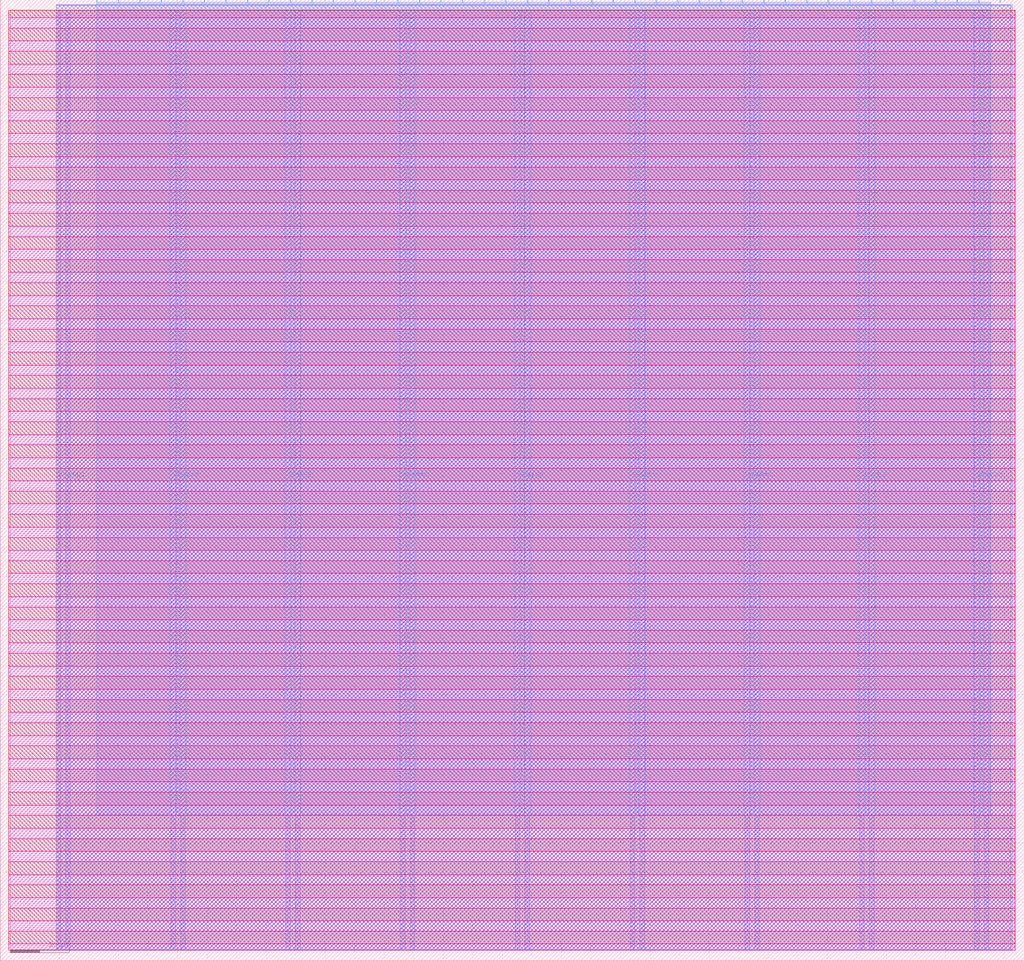
<source format=lef>
VERSION 5.7 ;
  NOWIREEXTENSIONATPIN ON ;
  DIVIDERCHAR "/" ;
  BUSBITCHARS "[]" ;
MACRO tt_um_thezoq2_quickscope
  CLASS BLOCK ;
  FOREIGN tt_um_thezoq2_quickscope ;
  ORIGIN 0.000 0.000 ;
  SIZE 346.640 BY 325.360 ;
  PIN VGND
    DIRECTION INOUT ;
    USE GROUND ;
    PORT
      LAYER Metal4 ;
        RECT 22.180 3.620 23.780 321.740 ;
    END
    PORT
      LAYER Metal4 ;
        RECT 61.050 3.620 62.650 321.740 ;
    END
    PORT
      LAYER Metal4 ;
        RECT 99.920 3.620 101.520 321.740 ;
    END
    PORT
      LAYER Metal4 ;
        RECT 138.790 3.620 140.390 321.740 ;
    END
    PORT
      LAYER Metal4 ;
        RECT 177.660 3.620 179.260 321.740 ;
    END
    PORT
      LAYER Metal4 ;
        RECT 216.530 3.620 218.130 321.740 ;
    END
    PORT
      LAYER Metal4 ;
        RECT 255.400 3.620 257.000 321.740 ;
    END
    PORT
      LAYER Metal4 ;
        RECT 294.270 3.620 295.870 321.740 ;
    END
    PORT
      LAYER Metal4 ;
        RECT 333.140 3.620 334.740 321.740 ;
    END
  END VGND
  PIN VPWR
    DIRECTION INOUT ;
    USE POWER ;
    PORT
      LAYER Metal4 ;
        RECT 18.880 3.620 20.480 321.740 ;
    END
    PORT
      LAYER Metal4 ;
        RECT 57.750 3.620 59.350 321.740 ;
    END
    PORT
      LAYER Metal4 ;
        RECT 96.620 3.620 98.220 321.740 ;
    END
    PORT
      LAYER Metal4 ;
        RECT 135.490 3.620 137.090 321.740 ;
    END
    PORT
      LAYER Metal4 ;
        RECT 174.360 3.620 175.960 321.740 ;
    END
    PORT
      LAYER Metal4 ;
        RECT 213.230 3.620 214.830 321.740 ;
    END
    PORT
      LAYER Metal4 ;
        RECT 252.100 3.620 253.700 321.740 ;
    END
    PORT
      LAYER Metal4 ;
        RECT 290.970 3.620 292.570 321.740 ;
    END
    PORT
      LAYER Metal4 ;
        RECT 329.840 3.620 331.440 321.740 ;
    END
  END VPWR
  PIN clk
    DIRECTION INPUT ;
    USE SIGNAL ;
    ANTENNAGATEAREA 4.738000 ;
    PORT
      LAYER Metal4 ;
        RECT 331.090 324.360 331.390 325.360 ;
    END
  END clk
  PIN ena
    DIRECTION INPUT ;
    USE SIGNAL ;
    PORT
      LAYER Metal4 ;
        RECT 338.370 324.360 338.670 325.360 ;
    END
  END ena
  PIN rst_n
    DIRECTION INPUT ;
    USE SIGNAL ;
    ANTENNAGATEAREA 1.102000 ;
    PORT
      LAYER Metal4 ;
        RECT 323.810 324.360 324.110 325.360 ;
    END
  END rst_n
  PIN ui_in[0]
    DIRECTION INPUT ;
    USE SIGNAL ;
    ANTENNAGATEAREA 0.726000 ;
    PORT
      LAYER Metal4 ;
        RECT 316.530 324.360 316.830 325.360 ;
    END
  END ui_in[0]
  PIN ui_in[1]
    DIRECTION INPUT ;
    USE SIGNAL ;
    ANTENNAGATEAREA 0.396000 ;
    PORT
      LAYER Metal4 ;
        RECT 309.250 324.360 309.550 325.360 ;
    END
  END ui_in[1]
  PIN ui_in[2]
    DIRECTION INPUT ;
    USE SIGNAL ;
    ANTENNAGATEAREA 0.396000 ;
    PORT
      LAYER Metal4 ;
        RECT 301.970 324.360 302.270 325.360 ;
    END
  END ui_in[2]
  PIN ui_in[3]
    DIRECTION INPUT ;
    USE SIGNAL ;
    ANTENNAGATEAREA 0.396000 ;
    PORT
      LAYER Metal4 ;
        RECT 294.690 324.360 294.990 325.360 ;
    END
  END ui_in[3]
  PIN ui_in[4]
    DIRECTION INPUT ;
    USE SIGNAL ;
    ANTENNAGATEAREA 0.396000 ;
    PORT
      LAYER Metal4 ;
        RECT 287.410 324.360 287.710 325.360 ;
    END
  END ui_in[4]
  PIN ui_in[5]
    DIRECTION INPUT ;
    USE SIGNAL ;
    ANTENNAGATEAREA 0.396000 ;
    PORT
      LAYER Metal4 ;
        RECT 280.130 324.360 280.430 325.360 ;
    END
  END ui_in[5]
  PIN ui_in[6]
    DIRECTION INPUT ;
    USE SIGNAL ;
    ANTENNAGATEAREA 0.498500 ;
    PORT
      LAYER Metal4 ;
        RECT 272.850 324.360 273.150 325.360 ;
    END
  END ui_in[6]
  PIN ui_in[7]
    DIRECTION INPUT ;
    USE SIGNAL ;
    ANTENNAGATEAREA 0.741000 ;
    PORT
      LAYER Metal4 ;
        RECT 265.570 324.360 265.870 325.360 ;
    END
  END ui_in[7]
  PIN uio_in[0]
    DIRECTION INPUT ;
    USE SIGNAL ;
    ANTENNAGATEAREA 0.498500 ;
    PORT
      LAYER Metal4 ;
        RECT 258.290 324.360 258.590 325.360 ;
    END
  END uio_in[0]
  PIN uio_in[1]
    DIRECTION INPUT ;
    USE SIGNAL ;
    ANTENNAGATEAREA 0.498500 ;
    PORT
      LAYER Metal4 ;
        RECT 251.010 324.360 251.310 325.360 ;
    END
  END uio_in[1]
  PIN uio_in[2]
    DIRECTION INPUT ;
    USE SIGNAL ;
    ANTENNAGATEAREA 0.741000 ;
    PORT
      LAYER Metal4 ;
        RECT 243.730 324.360 244.030 325.360 ;
    END
  END uio_in[2]
  PIN uio_in[3]
    DIRECTION INPUT ;
    USE SIGNAL ;
    ANTENNAGATEAREA 0.498500 ;
    PORT
      LAYER Metal4 ;
        RECT 236.450 324.360 236.750 325.360 ;
    END
  END uio_in[3]
  PIN uio_in[4]
    DIRECTION INPUT ;
    USE SIGNAL ;
    ANTENNAGATEAREA 0.396000 ;
    PORT
      LAYER Metal4 ;
        RECT 229.170 324.360 229.470 325.360 ;
    END
  END uio_in[4]
  PIN uio_in[5]
    DIRECTION INPUT ;
    USE SIGNAL ;
    ANTENNAGATEAREA 0.396000 ;
    PORT
      LAYER Metal4 ;
        RECT 221.890 324.360 222.190 325.360 ;
    END
  END uio_in[5]
  PIN uio_in[6]
    DIRECTION INPUT ;
    USE SIGNAL ;
    ANTENNAGATEAREA 0.396000 ;
    PORT
      LAYER Metal4 ;
        RECT 214.610 324.360 214.910 325.360 ;
    END
  END uio_in[6]
  PIN uio_in[7]
    DIRECTION INPUT ;
    USE SIGNAL ;
    ANTENNAGATEAREA 0.396000 ;
    PORT
      LAYER Metal4 ;
        RECT 207.330 324.360 207.630 325.360 ;
    END
  END uio_in[7]
  PIN uio_oe[0]
    DIRECTION OUTPUT ;
    USE SIGNAL ;
    ANTENNADIFFAREA 0.360800 ;
    PORT
      LAYER Metal4 ;
        RECT 83.570 324.360 83.870 325.360 ;
    END
  END uio_oe[0]
  PIN uio_oe[1]
    DIRECTION OUTPUT ;
    USE SIGNAL ;
    ANTENNADIFFAREA 0.360800 ;
    PORT
      LAYER Metal4 ;
        RECT 76.290 324.360 76.590 325.360 ;
    END
  END uio_oe[1]
  PIN uio_oe[2]
    DIRECTION OUTPUT ;
    USE SIGNAL ;
    ANTENNADIFFAREA 0.360800 ;
    PORT
      LAYER Metal4 ;
        RECT 69.010 324.360 69.310 325.360 ;
    END
  END uio_oe[2]
  PIN uio_oe[3]
    DIRECTION OUTPUT ;
    USE SIGNAL ;
    ANTENNADIFFAREA 0.360800 ;
    PORT
      LAYER Metal4 ;
        RECT 61.730 324.360 62.030 325.360 ;
    END
  END uio_oe[3]
  PIN uio_oe[4]
    DIRECTION OUTPUT ;
    USE SIGNAL ;
    ANTENNADIFFAREA 0.360800 ;
    PORT
      LAYER Metal4 ;
        RECT 54.450 324.360 54.750 325.360 ;
    END
  END uio_oe[4]
  PIN uio_oe[5]
    DIRECTION OUTPUT ;
    USE SIGNAL ;
    ANTENNADIFFAREA 0.360800 ;
    PORT
      LAYER Metal4 ;
        RECT 47.170 324.360 47.470 325.360 ;
    END
  END uio_oe[5]
  PIN uio_oe[6]
    DIRECTION OUTPUT ;
    USE SIGNAL ;
    ANTENNADIFFAREA 0.360800 ;
    PORT
      LAYER Metal4 ;
        RECT 39.890 324.360 40.190 325.360 ;
    END
  END uio_oe[6]
  PIN uio_oe[7]
    DIRECTION OUTPUT ;
    USE SIGNAL ;
    ANTENNADIFFAREA 0.360800 ;
    PORT
      LAYER Metal4 ;
        RECT 32.610 324.360 32.910 325.360 ;
    END
  END uio_oe[7]
  PIN uio_out[0]
    DIRECTION OUTPUT ;
    USE SIGNAL ;
    ANTENNADIFFAREA 0.360800 ;
    PORT
      LAYER Metal4 ;
        RECT 141.810 324.360 142.110 325.360 ;
    END
  END uio_out[0]
  PIN uio_out[1]
    DIRECTION OUTPUT ;
    USE SIGNAL ;
    ANTENNADIFFAREA 0.360800 ;
    PORT
      LAYER Metal4 ;
        RECT 134.530 324.360 134.830 325.360 ;
    END
  END uio_out[1]
  PIN uio_out[2]
    DIRECTION OUTPUT ;
    USE SIGNAL ;
    ANTENNADIFFAREA 0.360800 ;
    PORT
      LAYER Metal4 ;
        RECT 127.250 324.360 127.550 325.360 ;
    END
  END uio_out[2]
  PIN uio_out[3]
    DIRECTION OUTPUT ;
    USE SIGNAL ;
    ANTENNADIFFAREA 0.360800 ;
    PORT
      LAYER Metal4 ;
        RECT 119.970 324.360 120.270 325.360 ;
    END
  END uio_out[3]
  PIN uio_out[4]
    DIRECTION OUTPUT ;
    USE SIGNAL ;
    ANTENNADIFFAREA 0.360800 ;
    PORT
      LAYER Metal4 ;
        RECT 112.690 324.360 112.990 325.360 ;
    END
  END uio_out[4]
  PIN uio_out[5]
    DIRECTION OUTPUT ;
    USE SIGNAL ;
    ANTENNADIFFAREA 0.360800 ;
    PORT
      LAYER Metal4 ;
        RECT 105.410 324.360 105.710 325.360 ;
    END
  END uio_out[5]
  PIN uio_out[6]
    DIRECTION OUTPUT ;
    USE SIGNAL ;
    ANTENNADIFFAREA 0.360800 ;
    PORT
      LAYER Metal4 ;
        RECT 98.130 324.360 98.430 325.360 ;
    END
  END uio_out[6]
  PIN uio_out[7]
    DIRECTION OUTPUT ;
    USE SIGNAL ;
    ANTENNADIFFAREA 0.360800 ;
    PORT
      LAYER Metal4 ;
        RECT 90.850 324.360 91.150 325.360 ;
    END
  END uio_out[7]
  PIN uo_out[0]
    DIRECTION OUTPUT ;
    USE SIGNAL ;
    ANTENNADIFFAREA 1.986000 ;
    PORT
      LAYER Metal4 ;
        RECT 200.050 324.360 200.350 325.360 ;
    END
  END uo_out[0]
  PIN uo_out[1]
    DIRECTION OUTPUT ;
    USE SIGNAL ;
    ANTENNADIFFAREA 0.360800 ;
    PORT
      LAYER Metal4 ;
        RECT 192.770 324.360 193.070 325.360 ;
    END
  END uo_out[1]
  PIN uo_out[2]
    DIRECTION OUTPUT ;
    USE SIGNAL ;
    ANTENNADIFFAREA 0.360800 ;
    PORT
      LAYER Metal4 ;
        RECT 185.490 324.360 185.790 325.360 ;
    END
  END uo_out[2]
  PIN uo_out[3]
    DIRECTION OUTPUT ;
    USE SIGNAL ;
    ANTENNADIFFAREA 0.360800 ;
    PORT
      LAYER Metal4 ;
        RECT 178.210 324.360 178.510 325.360 ;
    END
  END uo_out[3]
  PIN uo_out[4]
    DIRECTION OUTPUT ;
    USE SIGNAL ;
    ANTENNADIFFAREA 0.360800 ;
    PORT
      LAYER Metal4 ;
        RECT 170.930 324.360 171.230 325.360 ;
    END
  END uo_out[4]
  PIN uo_out[5]
    DIRECTION OUTPUT ;
    USE SIGNAL ;
    ANTENNADIFFAREA 0.360800 ;
    PORT
      LAYER Metal4 ;
        RECT 163.650 324.360 163.950 325.360 ;
    END
  END uo_out[5]
  PIN uo_out[6]
    DIRECTION OUTPUT ;
    USE SIGNAL ;
    ANTENNADIFFAREA 0.360800 ;
    PORT
      LAYER Metal4 ;
        RECT 156.370 324.360 156.670 325.360 ;
    END
  END uo_out[6]
  PIN uo_out[7]
    DIRECTION OUTPUT ;
    USE SIGNAL ;
    ANTENNADIFFAREA 0.360800 ;
    PORT
      LAYER Metal4 ;
        RECT 149.090 324.360 149.390 325.360 ;
    END
  END uo_out[7]
  OBS
      LAYER Nwell ;
        RECT 2.930 319.280 343.710 321.870 ;
      LAYER Pwell ;
        RECT 2.930 315.760 343.710 319.280 ;
      LAYER Nwell ;
        RECT 2.930 311.440 343.710 315.760 ;
      LAYER Pwell ;
        RECT 2.930 307.920 343.710 311.440 ;
      LAYER Nwell ;
        RECT 2.930 303.600 343.710 307.920 ;
      LAYER Pwell ;
        RECT 2.930 300.080 343.710 303.600 ;
      LAYER Nwell ;
        RECT 2.930 295.760 343.710 300.080 ;
      LAYER Pwell ;
        RECT 2.930 292.240 343.710 295.760 ;
      LAYER Nwell ;
        RECT 2.930 287.920 343.710 292.240 ;
      LAYER Pwell ;
        RECT 2.930 284.400 343.710 287.920 ;
      LAYER Nwell ;
        RECT 2.930 280.080 343.710 284.400 ;
      LAYER Pwell ;
        RECT 2.930 276.560 343.710 280.080 ;
      LAYER Nwell ;
        RECT 2.930 272.240 343.710 276.560 ;
      LAYER Pwell ;
        RECT 2.930 268.720 343.710 272.240 ;
      LAYER Nwell ;
        RECT 2.930 264.400 343.710 268.720 ;
      LAYER Pwell ;
        RECT 2.930 260.880 343.710 264.400 ;
      LAYER Nwell ;
        RECT 2.930 256.560 343.710 260.880 ;
      LAYER Pwell ;
        RECT 2.930 253.040 343.710 256.560 ;
      LAYER Nwell ;
        RECT 2.930 248.720 343.710 253.040 ;
      LAYER Pwell ;
        RECT 2.930 245.200 343.710 248.720 ;
      LAYER Nwell ;
        RECT 2.930 240.880 343.710 245.200 ;
      LAYER Pwell ;
        RECT 2.930 237.360 343.710 240.880 ;
      LAYER Nwell ;
        RECT 2.930 233.040 343.710 237.360 ;
      LAYER Pwell ;
        RECT 2.930 229.520 343.710 233.040 ;
      LAYER Nwell ;
        RECT 2.930 225.200 343.710 229.520 ;
      LAYER Pwell ;
        RECT 2.930 221.680 343.710 225.200 ;
      LAYER Nwell ;
        RECT 2.930 217.360 343.710 221.680 ;
      LAYER Pwell ;
        RECT 2.930 213.840 343.710 217.360 ;
      LAYER Nwell ;
        RECT 2.930 209.520 343.710 213.840 ;
      LAYER Pwell ;
        RECT 2.930 206.000 343.710 209.520 ;
      LAYER Nwell ;
        RECT 2.930 201.680 343.710 206.000 ;
      LAYER Pwell ;
        RECT 2.930 198.160 343.710 201.680 ;
      LAYER Nwell ;
        RECT 2.930 193.840 343.710 198.160 ;
      LAYER Pwell ;
        RECT 2.930 190.320 343.710 193.840 ;
      LAYER Nwell ;
        RECT 2.930 186.000 343.710 190.320 ;
      LAYER Pwell ;
        RECT 2.930 182.480 343.710 186.000 ;
      LAYER Nwell ;
        RECT 2.930 178.160 343.710 182.480 ;
      LAYER Pwell ;
        RECT 2.930 174.640 343.710 178.160 ;
      LAYER Nwell ;
        RECT 2.930 170.320 343.710 174.640 ;
      LAYER Pwell ;
        RECT 2.930 166.800 343.710 170.320 ;
      LAYER Nwell ;
        RECT 2.930 162.480 343.710 166.800 ;
      LAYER Pwell ;
        RECT 2.930 158.960 343.710 162.480 ;
      LAYER Nwell ;
        RECT 2.930 154.640 343.710 158.960 ;
      LAYER Pwell ;
        RECT 2.930 151.120 343.710 154.640 ;
      LAYER Nwell ;
        RECT 2.930 146.800 343.710 151.120 ;
      LAYER Pwell ;
        RECT 2.930 143.280 343.710 146.800 ;
      LAYER Nwell ;
        RECT 2.930 138.960 343.710 143.280 ;
      LAYER Pwell ;
        RECT 2.930 135.440 343.710 138.960 ;
      LAYER Nwell ;
        RECT 2.930 131.120 343.710 135.440 ;
      LAYER Pwell ;
        RECT 2.930 127.600 343.710 131.120 ;
      LAYER Nwell ;
        RECT 2.930 123.280 343.710 127.600 ;
      LAYER Pwell ;
        RECT 2.930 119.760 343.710 123.280 ;
      LAYER Nwell ;
        RECT 2.930 115.440 343.710 119.760 ;
      LAYER Pwell ;
        RECT 2.930 111.920 343.710 115.440 ;
      LAYER Nwell ;
        RECT 2.930 107.600 343.710 111.920 ;
      LAYER Pwell ;
        RECT 2.930 104.080 343.710 107.600 ;
      LAYER Nwell ;
        RECT 2.930 99.760 343.710 104.080 ;
      LAYER Pwell ;
        RECT 2.930 96.240 343.710 99.760 ;
      LAYER Nwell ;
        RECT 2.930 91.920 343.710 96.240 ;
      LAYER Pwell ;
        RECT 2.930 88.400 343.710 91.920 ;
      LAYER Nwell ;
        RECT 2.930 84.080 343.710 88.400 ;
      LAYER Pwell ;
        RECT 2.930 80.560 343.710 84.080 ;
      LAYER Nwell ;
        RECT 2.930 76.240 343.710 80.560 ;
      LAYER Pwell ;
        RECT 2.930 72.720 343.710 76.240 ;
      LAYER Nwell ;
        RECT 2.930 68.400 343.710 72.720 ;
      LAYER Pwell ;
        RECT 2.930 64.880 343.710 68.400 ;
      LAYER Nwell ;
        RECT 2.930 60.560 343.710 64.880 ;
      LAYER Pwell ;
        RECT 2.930 57.040 343.710 60.560 ;
      LAYER Nwell ;
        RECT 2.930 52.720 343.710 57.040 ;
      LAYER Pwell ;
        RECT 2.930 49.200 343.710 52.720 ;
      LAYER Nwell ;
        RECT 2.930 44.880 343.710 49.200 ;
      LAYER Pwell ;
        RECT 2.930 41.360 343.710 44.880 ;
      LAYER Nwell ;
        RECT 2.930 37.040 343.710 41.360 ;
      LAYER Pwell ;
        RECT 2.930 33.520 343.710 37.040 ;
      LAYER Nwell ;
        RECT 2.930 29.200 343.710 33.520 ;
      LAYER Pwell ;
        RECT 2.930 25.680 343.710 29.200 ;
      LAYER Nwell ;
        RECT 2.930 21.360 343.710 25.680 ;
      LAYER Pwell ;
        RECT 2.930 17.840 343.710 21.360 ;
      LAYER Nwell ;
        RECT 2.930 13.520 343.710 17.840 ;
      LAYER Pwell ;
        RECT 2.930 10.000 343.710 13.520 ;
      LAYER Nwell ;
        RECT 2.930 5.680 343.710 10.000 ;
      LAYER Pwell ;
        RECT 2.930 3.490 343.710 5.680 ;
      LAYER Metal1 ;
        RECT 3.360 3.620 343.280 321.740 ;
      LAYER Metal2 ;
        RECT 19.020 3.730 342.580 323.590 ;
      LAYER Metal3 ;
        RECT 18.970 3.780 342.070 323.540 ;
      LAYER Metal4 ;
        RECT 33.210 324.060 39.590 324.590 ;
        RECT 40.490 324.060 46.870 324.590 ;
        RECT 47.770 324.060 54.150 324.590 ;
        RECT 55.050 324.060 61.430 324.590 ;
        RECT 62.330 324.060 68.710 324.590 ;
        RECT 69.610 324.060 75.990 324.590 ;
        RECT 76.890 324.060 83.270 324.590 ;
        RECT 84.170 324.060 90.550 324.590 ;
        RECT 91.450 324.060 97.830 324.590 ;
        RECT 98.730 324.060 105.110 324.590 ;
        RECT 106.010 324.060 112.390 324.590 ;
        RECT 113.290 324.060 119.670 324.590 ;
        RECT 120.570 324.060 126.950 324.590 ;
        RECT 127.850 324.060 134.230 324.590 ;
        RECT 135.130 324.060 141.510 324.590 ;
        RECT 142.410 324.060 148.790 324.590 ;
        RECT 149.690 324.060 156.070 324.590 ;
        RECT 156.970 324.060 163.350 324.590 ;
        RECT 164.250 324.060 170.630 324.590 ;
        RECT 171.530 324.060 177.910 324.590 ;
        RECT 178.810 324.060 185.190 324.590 ;
        RECT 186.090 324.060 192.470 324.590 ;
        RECT 193.370 324.060 199.750 324.590 ;
        RECT 200.650 324.060 207.030 324.590 ;
        RECT 207.930 324.060 214.310 324.590 ;
        RECT 215.210 324.060 221.590 324.590 ;
        RECT 222.490 324.060 228.870 324.590 ;
        RECT 229.770 324.060 236.150 324.590 ;
        RECT 237.050 324.060 243.430 324.590 ;
        RECT 244.330 324.060 250.710 324.590 ;
        RECT 251.610 324.060 257.990 324.590 ;
        RECT 258.890 324.060 265.270 324.590 ;
        RECT 266.170 324.060 272.550 324.590 ;
        RECT 273.450 324.060 279.830 324.590 ;
        RECT 280.730 324.060 287.110 324.590 ;
        RECT 288.010 324.060 294.390 324.590 ;
        RECT 295.290 324.060 301.670 324.590 ;
        RECT 302.570 324.060 308.950 324.590 ;
        RECT 309.850 324.060 316.230 324.590 ;
        RECT 317.130 324.060 323.510 324.590 ;
        RECT 324.410 324.060 330.790 324.590 ;
        RECT 331.690 324.060 335.300 324.590 ;
        RECT 32.620 322.040 335.300 324.060 ;
        RECT 32.620 49.370 57.450 322.040 ;
        RECT 59.650 49.370 60.750 322.040 ;
        RECT 62.950 49.370 96.320 322.040 ;
        RECT 98.520 49.370 99.620 322.040 ;
        RECT 101.820 49.370 135.190 322.040 ;
        RECT 137.390 49.370 138.490 322.040 ;
        RECT 140.690 49.370 174.060 322.040 ;
        RECT 176.260 49.370 177.360 322.040 ;
        RECT 179.560 49.370 212.930 322.040 ;
        RECT 215.130 49.370 216.230 322.040 ;
        RECT 218.430 49.370 251.800 322.040 ;
        RECT 254.000 49.370 255.100 322.040 ;
        RECT 257.300 49.370 290.670 322.040 ;
        RECT 292.870 49.370 293.970 322.040 ;
        RECT 296.170 49.370 329.540 322.040 ;
        RECT 331.740 49.370 332.840 322.040 ;
        RECT 335.040 49.370 335.300 322.040 ;
  END
END tt_um_thezoq2_quickscope
END LIBRARY


</source>
